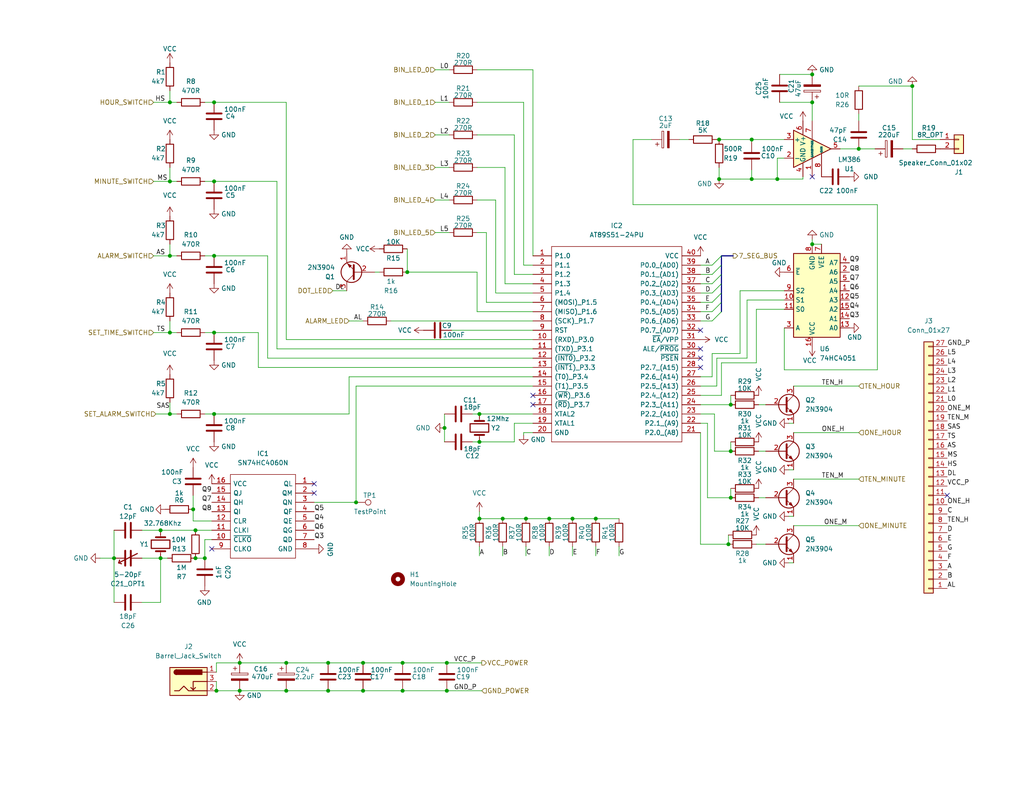
<source format=kicad_sch>
(kicad_sch (version 20211123) (generator eeschema)
  (paper "USLetter")
  (title_block (title "Military Time Clock") (date "2022-12-11") (rev "v1.0") (company "JDC"))
  (junction (at 46.355 27.94))
  (junction (at 58.42 90.805))
  (junction (at 221.615 20.32))
  (junction (at 58.42 113.03))
  (junction (at 46.355 69.85))
  (junction (at 109.855 188.595))
  (junction (at 196.215 38.1))
  (junction (at 99.06 180.975))
  (junction (at 65.405 188.595))
  (junction (at 46.355 113.03))
  (junction (at 31.115 152.4))
  (junction (at 97.155 137.16))
  (junction (at 89.535 188.595))
  (junction (at 78.105 188.595))
  (junction (at 199.39 110.49))
  (junction (at 205.105 48.895))
  (junction (at 53.34 144.78))
  (junction (at 121.92 188.595))
  (junction (at 58.42 27.94))
  (junction (at 199.39 123.19))
  (junction (at 78.105 180.975))
  (junction (at 65.405 180.975))
  (junction (at 137.16 141.605))
  (junction (at 221.615 27.94))
  (junction (at 248.92 23.495))
  (junction (at 121.92 180.975))
  (junction (at 59.055 188.595))
  (junction (at 89.535 180.975))
  (junction (at 149.86 141.605))
  (junction (at 156.21 141.605))
  (junction (at 130.81 113.03))
  (junction (at 196.215 48.895))
  (junction (at 205.105 38.1))
  (junction (at 143.51 141.605))
  (junction (at 58.42 49.53))
  (junction (at 199.39 135.89))
  (junction (at 53.34 152.4))
  (junction (at 43.815 152.4))
  (junction (at 162.56 141.605))
  (junction (at 198.755 148.59))
  (junction (at 109.855 180.975))
  (junction (at 46.355 49.53))
  (junction (at 212.09 48.895))
  (junction (at 58.42 69.85))
  (junction (at 52.705 139.065))
  (junction (at 234.315 40.64))
  (junction (at 55.88 152.4))
  (junction (at 46.355 90.805))
  (junction (at 99.06 188.595))
  (junction (at 111.125 74.295))
  (junction (at 121.285 116.84))
  (junction (at 43.815 144.78))
  (junction (at 130.81 141.605))
  (junction (at 221.615 66.675))
  (junction (at 130.81 120.65))
  (no_connect (at 85.725 134.62))
  (no_connect (at 145.415 107.95))
  (no_connect (at 57.785 149.86))
  (no_connect (at 191.135 97.79))
  (no_connect (at 191.135 95.25))
  (no_connect (at 221.615 48.26))
  (no_connect (at 145.415 110.49))
  (no_connect (at 191.135 90.17))
  (no_connect (at 85.725 132.08))
  (no_connect (at 191.135 100.33))
  (no_connect (at 258.445 135.255))
  (bus_entry (at 194.31 87.63) (size 2.54 -2.54))
  (bus_entry (at 194.31 72.39) (size 2.54 -2.54))
  (bus_entry (at 194.31 80.01) (size 2.54 -2.54))
  (bus_entry (at 194.31 85.09) (size 2.54 -2.54))
  (bus_entry (at 194.31 77.47) (size 2.54 -2.54))
  (bus_entry (at 194.31 74.93) (size 2.54 -2.54))
  (bus_entry (at 194.31 82.55) (size 2.54 -2.54))
  (wire (pts (xy 191.135 115.57) (xy 193.04 115.57)))
  (wire (pts (xy 132.715 63.5) (xy 132.715 82.55)))
  (wire (pts (xy 195.58 105.41) (xy 195.58 97.79)))
  (wire (pts (xy 203.835 97.79) (xy 203.835 81.915)))
  (wire (pts (xy 137.16 141.605) (xy 143.51 141.605)))
  (wire (pts (xy 78.105 180.975) (xy 89.535 180.975)))
  (wire (pts (xy 97.155 105.41) (xy 97.155 137.16)))
  (wire (pts (xy 65.405 180.975) (xy 78.105 180.975)))
  (wire (pts (xy 212.725 20.32) (xy 221.615 20.32)))
  (wire (pts (xy 248.92 23.495) (xy 234.315 23.495)))
  (wire (pts (xy 106.68 87.63) (xy 145.415 87.63)))
  (wire (pts (xy 58.42 113.03) (xy 95.25 113.03)))
  (wire (pts (xy 191.135 72.39) (xy 194.31 72.39)))
  (wire (pts (xy 130.175 54.61) (xy 135.255 54.61)))
  (wire (pts (xy 103.505 74.295) (xy 102.235 74.295)))
  (wire (pts (xy 46.355 49.53) (xy 48.26 49.53)))
  (wire (pts (xy 205.105 38.1) (xy 213.995 38.1)))
  (wire (pts (xy 137.795 45.72) (xy 137.795 77.47)))
  (wire (pts (xy 52.705 135.255) (xy 52.705 139.065)))
  (wire (pts (xy 130.175 36.83) (xy 140.335 36.83)))
  (wire (pts (xy 118.745 63.5) (xy 122.555 63.5)))
  (wire (pts (xy 52.705 142.24) (xy 57.785 142.24)))
  (wire (pts (xy 206.375 148.59) (xy 208.915 148.59)))
  (wire (pts (xy 199.39 123.19) (xy 199.39 120.65)))
  (wire (pts (xy 59.055 180.975) (xy 65.405 180.975)))
  (wire (pts (xy 121.92 180.975) (xy 131.445 180.975)))
  (wire (pts (xy 140.335 36.83) (xy 140.335 74.93)))
  (wire (pts (xy 59.055 188.595) (xy 65.405 188.595)))
  (wire (pts (xy 199.39 123.19) (xy 194.945 123.19)))
  (wire (pts (xy 195.58 38.1) (xy 196.215 38.1)))
  (wire (pts (xy 99.06 180.975) (xy 109.855 180.975)))
  (wire (pts (xy 142.875 27.94) (xy 142.875 72.39)))
  (wire (pts (xy 145.415 80.01) (xy 135.255 80.01)))
  (wire (pts (xy 191.135 107.95) (xy 196.85 107.95)))
  (wire (pts (xy 168.91 149.225) (xy 168.91 151.765)))
  (wire (pts (xy 196.215 38.1) (xy 205.105 38.1)))
  (wire (pts (xy 109.855 180.975) (xy 121.92 180.975)))
  (wire (pts (xy 213.995 89.535) (xy 213.995 100.965)))
  (wire (pts (xy 111.125 67.945) (xy 111.125 74.295)))
  (wire (pts (xy 162.56 149.225) (xy 162.56 151.765)))
  (wire (pts (xy 191.135 77.47) (xy 194.31 77.47)))
  (wire (pts (xy 97.155 137.16) (xy 85.725 137.16)))
  (wire (pts (xy 215.265 153.67) (xy 216.535 153.67)))
  (wire (pts (xy 172.72 38.1) (xy 177.8 38.1)))
  (wire (pts (xy 132.715 82.55) (xy 145.415 82.55)))
  (wire (pts (xy 191.135 74.93) (xy 194.31 74.93)))
  (wire (pts (xy 132.715 63.5) (xy 130.175 63.5)))
  (wire (pts (xy 191.135 148.59) (xy 198.755 148.59)))
  (wire (pts (xy 221.615 27.94) (xy 221.615 33.02)))
  (wire (pts (xy 246.38 40.64) (xy 248.92 40.64)))
  (wire (pts (xy 201.93 96.52) (xy 201.93 79.375)))
  (wire (pts (xy 59.055 183.515) (xy 59.055 180.975)))
  (wire (pts (xy 191.135 85.09) (xy 194.31 85.09)))
  (wire (pts (xy 90.805 79.375) (xy 94.615 79.375)))
  (wire (pts (xy 191.135 110.49) (xy 199.39 110.49)))
  (wire (pts (xy 185.42 38.1) (xy 187.96 38.1)))
  (wire (pts (xy 206.375 99.06) (xy 206.375 84.455)))
  (wire (pts (xy 43.815 164.465) (xy 38.735 164.465)))
  (wire (pts (xy 121.92 188.595) (xy 131.445 188.595)))
  (wire (pts (xy 130.81 120.65) (xy 140.335 120.65)))
  (wire (pts (xy 130.175 74.295) (xy 111.125 74.295)))
  (wire (pts (xy 130.81 149.225) (xy 130.81 151.765)))
  (wire (pts (xy 46.355 90.805) (xy 48.26 90.805)))
  (wire (pts (xy 41.91 90.805) (xy 46.355 90.805)))
  (wire (pts (xy 75.565 95.25) (xy 75.565 49.53)))
  (wire (pts (xy 130.175 45.72) (xy 137.795 45.72)))
  (wire (pts (xy 55.88 147.32) (xy 57.785 147.32)))
  (wire (pts (xy 58.42 69.85) (xy 73.025 69.85)))
  (wire (pts (xy 43.815 152.4) (xy 43.815 164.465)))
  (wire (pts (xy 55.88 90.805) (xy 58.42 90.805)))
  (wire (pts (xy 213.995 43.18) (xy 212.09 43.18)))
  (wire (pts (xy 140.335 115.57) (xy 140.335 120.65)))
  (wire (pts (xy 73.025 97.79) (xy 73.025 69.85)))
  (wire (pts (xy 46.355 24.765) (xy 46.355 27.94)))
  (wire (pts (xy 46.355 45.72) (xy 46.355 49.53)))
  (wire (pts (xy 201.93 79.375) (xy 213.995 79.375)))
  (wire (pts (xy 193.04 135.89) (xy 199.39 135.89)))
  (wire (pts (xy 128.905 113.03) (xy 130.81 113.03)))
  (wire (pts (xy 109.855 188.595) (xy 121.92 188.595)))
  (wire (pts (xy 234.315 40.64) (xy 229.235 40.64)))
  (wire (pts (xy 143.51 141.605) (xy 149.86 141.605)))
  (wire (pts (xy 53.34 152.4) (xy 55.88 152.4)))
  (wire (pts (xy 234.315 40.64) (xy 238.76 40.64)))
  (wire (pts (xy 45.72 152.4) (xy 43.815 152.4)))
  (wire (pts (xy 46.355 69.85) (xy 48.26 69.85)))
  (wire (pts (xy 130.175 85.09) (xy 130.175 74.295)))
  (wire (pts (xy 198.755 146.05) (xy 198.755 148.59)))
  (wire (pts (xy 123.19 90.17) (xy 145.415 90.17)))
  (wire (pts (xy 213.995 100.965) (xy 239.395 100.965)))
  (wire (pts (xy 121.285 113.03) (xy 121.285 116.84)))
  (bus (pts (xy 196.85 72.39) (xy 196.85 74.93)))
  (wire (pts (xy 41.91 49.53) (xy 46.355 49.53)))
  (wire (pts (xy 75.565 95.25) (xy 145.415 95.25)))
  (wire (pts (xy 196.215 45.72) (xy 196.215 48.895)))
  (wire (pts (xy 239.395 100.965) (xy 239.395 55.88)))
  (wire (pts (xy 216.535 130.81) (xy 234.315 130.81)))
  (wire (pts (xy 78.105 92.71) (xy 145.415 92.71)))
  (wire (pts (xy 137.16 149.225) (xy 137.16 151.765)))
  (wire (pts (xy 46.355 109.855) (xy 46.355 113.03)))
  (wire (pts (xy 196.85 99.06) (xy 206.375 99.06)))
  (wire (pts (xy 207.01 110.49) (xy 208.915 110.49)))
  (wire (pts (xy 191.135 102.87) (xy 194.31 102.87)))
  (wire (pts (xy 89.535 180.975) (xy 99.06 180.975)))
  (wire (pts (xy 145.415 77.47) (xy 137.795 77.47)))
  (wire (pts (xy 212.09 43.18) (xy 212.09 48.895)))
  (wire (pts (xy 130.175 19.05) (xy 145.415 19.05)))
  (wire (pts (xy 191.135 113.03) (xy 194.945 113.03)))
  (wire (pts (xy 194.945 123.19) (xy 194.945 113.03)))
  (wire (pts (xy 95.25 87.63) (xy 99.06 87.63)))
  (wire (pts (xy 215.265 128.27) (xy 216.535 128.27)))
  (wire (pts (xy 248.92 38.1) (xy 256.54 38.1)))
  (wire (pts (xy 118.745 45.72) (xy 122.555 45.72)))
  (wire (pts (xy 156.21 149.225) (xy 156.21 151.765)))
  (wire (pts (xy 212.725 27.94) (xy 221.615 27.94)))
  (bus (pts (xy 196.85 69.85) (xy 200.025 69.85)))
  (wire (pts (xy 99.06 188.595) (xy 109.855 188.595)))
  (wire (pts (xy 31.115 152.4) (xy 31.115 164.465)))
  (wire (pts (xy 55.88 27.94) (xy 58.42 27.94)))
  (wire (pts (xy 73.025 97.79) (xy 145.415 97.79)))
  (wire (pts (xy 206.375 84.455) (xy 213.995 84.455)))
  (wire (pts (xy 216.535 143.51) (xy 234.315 143.51)))
  (wire (pts (xy 130.81 113.03) (xy 145.415 113.03)))
  (wire (pts (xy 58.42 49.53) (xy 75.565 49.53)))
  (wire (pts (xy 130.81 139.7) (xy 130.81 141.605)))
  (wire (pts (xy 121.285 116.84) (xy 121.285 120.65)))
  (wire (pts (xy 97.155 105.41) (xy 145.415 105.41)))
  (wire (pts (xy 162.56 141.605) (xy 168.91 141.605)))
  (wire (pts (xy 143.51 149.225) (xy 143.51 151.765)))
  (wire (pts (xy 42.545 113.03) (xy 46.355 113.03)))
  (wire (pts (xy 191.135 118.11) (xy 191.135 148.59)))
  (wire (pts (xy 118.745 54.61) (xy 122.555 54.61)))
  (wire (pts (xy 38.735 152.4) (xy 43.815 152.4)))
  (wire (pts (xy 195.58 97.79) (xy 203.835 97.79)))
  (wire (pts (xy 145.415 19.05) (xy 145.415 69.85)))
  (wire (pts (xy 239.395 55.88) (xy 172.72 55.88)))
  (wire (pts (xy 196.215 48.895) (xy 205.105 48.895)))
  (wire (pts (xy 55.88 49.53) (xy 58.42 49.53)))
  (wire (pts (xy 65.405 188.595) (xy 78.105 188.595)))
  (wire (pts (xy 58.42 90.805) (xy 70.485 90.805)))
  (wire (pts (xy 128.905 120.65) (xy 130.81 120.65)))
  (wire (pts (xy 207.01 123.19) (xy 208.915 123.19)))
  (wire (pts (xy 27.305 152.4) (xy 31.115 152.4)))
  (wire (pts (xy 95.25 113.03) (xy 95.25 102.87)))
  (wire (pts (xy 221.615 65.405) (xy 221.615 66.675)))
  (wire (pts (xy 95.25 102.87) (xy 145.415 102.87)))
  (wire (pts (xy 57.785 144.78) (xy 53.34 144.78)))
  (wire (pts (xy 55.88 69.85) (xy 58.42 69.85)))
  (wire (pts (xy 215.265 140.97) (xy 216.535 140.97)))
  (wire (pts (xy 52.705 139.065) (xy 52.705 142.24)))
  (wire (pts (xy 41.91 69.85) (xy 46.355 69.85)))
  (wire (pts (xy 78.105 188.595) (xy 89.535 188.595)))
  (wire (pts (xy 145.415 115.57) (xy 140.335 115.57)))
  (bus (pts (xy 196.85 74.93) (xy 196.85 77.47)))
  (wire (pts (xy 219.075 48.895) (xy 219.075 48.26)))
  (wire (pts (xy 55.88 113.03) (xy 58.42 113.03)))
  (wire (pts (xy 58.42 27.94) (xy 78.105 27.94)))
  (wire (pts (xy 118.745 36.83) (xy 122.555 36.83)))
  (wire (pts (xy 145.415 85.09) (xy 130.175 85.09)))
  (bus (pts (xy 196.85 69.85) (xy 196.85 72.39)))
  (wire (pts (xy 55.88 152.4) (xy 55.88 147.32)))
  (wire (pts (xy 216.535 105.41) (xy 234.315 105.41)))
  (wire (pts (xy 53.34 144.78) (xy 43.815 144.78)))
  (wire (pts (xy 215.265 115.57) (xy 216.535 115.57)))
  (bus (pts (xy 196.85 77.47) (xy 196.85 80.01)))
  (wire (pts (xy 142.875 118.11) (xy 145.415 118.11)))
  (wire (pts (xy 130.175 27.94) (xy 142.875 27.94)))
  (wire (pts (xy 130.81 141.605) (xy 137.16 141.605)))
  (wire (pts (xy 59.055 186.055) (xy 59.055 188.595)))
  (wire (pts (xy 191.135 105.41) (xy 195.58 105.41)))
  (wire (pts (xy 46.355 27.94) (xy 48.26 27.94)))
  (wire (pts (xy 248.92 38.1) (xy 248.92 23.495)))
  (wire (pts (xy 135.255 54.61) (xy 135.255 80.01)))
  (wire (pts (xy 203.835 81.915) (xy 213.995 81.915)))
  (wire (pts (xy 191.135 82.55) (xy 194.31 82.55)))
  (wire (pts (xy 89.535 188.595) (xy 99.06 188.595)))
  (bus (pts (xy 196.85 82.55) (xy 196.85 85.09)))
  (wire (pts (xy 216.535 118.11) (xy 234.315 118.11)))
  (wire (pts (xy 156.21 141.605) (xy 162.56 141.605)))
  (wire (pts (xy 122.555 27.94) (xy 118.745 27.94)))
  (wire (pts (xy 234.315 33.02) (xy 234.315 31.115)))
  (wire (pts (xy 207.01 135.89) (xy 208.915 135.89)))
  (wire (pts (xy 212.09 48.895) (xy 219.075 48.895)))
  (bus (pts (xy 196.85 80.01) (xy 196.85 82.55)))
  (wire (pts (xy 194.31 102.87) (xy 194.31 96.52)))
  (wire (pts (xy 41.91 27.94) (xy 46.355 27.94)))
  (wire (pts (xy 78.105 92.71) (xy 78.105 27.94)))
  (wire (pts (xy 145.415 74.93) (xy 140.335 74.93)))
  (wire (pts (xy 43.815 144.78) (xy 38.735 144.78)))
  (wire (pts (xy 199.39 107.95) (xy 199.39 110.49)))
  (wire (pts (xy 194.31 96.52) (xy 201.93 96.52)))
  (wire (pts (xy 191.135 80.01) (xy 194.31 80.01)))
  (wire (pts (xy 205.105 38.1) (xy 205.105 38.735)))
  (wire (pts (xy 193.04 115.57) (xy 193.04 135.89)))
  (wire (pts (xy 149.86 141.605) (xy 156.21 141.605)))
  (wire (pts (xy 149.86 149.225) (xy 149.86 151.765)))
  (wire (pts (xy 205.105 46.355) (xy 205.105 48.895)))
  (wire (pts (xy 221.615 66.675) (xy 224.155 66.675)))
  (wire (pts (xy 70.485 100.33) (xy 70.485 90.805)))
  (wire (pts (xy 70.485 100.33) (xy 145.415 100.33)))
  (wire (pts (xy 191.135 87.63) (xy 194.31 87.63)))
  (wire (pts (xy 46.355 66.675) (xy 46.355 69.85)))
  (wire (pts (xy 142.875 118.745) (xy 142.875 118.11)))
  (wire (pts (xy 172.72 55.88) (xy 172.72 38.1)))
  (wire (pts (xy 46.355 113.03) (xy 48.26 113.03)))
  (wire (pts (xy 31.115 144.78) (xy 31.115 152.4)))
  (wire (pts (xy 199.39 133.35) (xy 199.39 135.89)))
  (wire (pts (xy 196.85 107.95) (xy 196.85 99.06)))
  (wire (pts (xy 118.745 19.05) (xy 122.555 19.05)))
  (wire (pts (xy 205.105 48.895) (xy 212.09 48.895)))
  (wire (pts (xy 142.875 72.39) (xy 145.415 72.39)))
  (wire (pts (xy 46.355 87.63) (xy 46.355 90.805)))
  (label "E" (at 156.21 151.765 0))
  (label "A" (at 192.405 72.39 0))
  (label "C" (at 192.405 77.47 0))
  (label "B" (at 258.445 158.115 0))
  (label "Q7" (at 57.785 137.16 180))
  (label "SAS" (at 46.355 111.76 180))
  (label "AS" (at 45.085 69.85 180))
  (label "HS" (at 258.445 127.635 0))
  (label "D" (at 149.86 151.765 0))
  (label "A" (at 258.445 155.575 0))
  (label "Q4" (at 85.725 142.24 0))
  (label "GND_P" (at 123.825 188.595 0))
  (label "TEN_M" (at 224.155 130.81 0))
  (label "Q4" (at 231.775 84.455 0))
  (label "ONE_M" (at 224.79 143.51 0))
  (label "Q3" (at 85.725 147.32 0))
  (label "Q9" (at 231.775 71.755 0))
  (label "L0" (at 120.015 19.05 0))
  (label "MS" (at 258.445 125.095 0))
  (label "Q6" (at 85.725 144.78 0))
  (label "F" (at 192.405 85.09 0))
  (label "DL" (at 93.98 79.375 180))
  (label "E" (at 192.405 82.55 0))
  (label "G" (at 192.405 87.63 0))
  (label "SAS" (at 258.445 117.475 0))
  (label "C" (at 258.445 140.335 0))
  (label "L0" (at 258.445 109.855 0))
  (label "Q8" (at 57.785 139.7 180))
  (label "L2" (at 258.445 104.775 0))
  (label "G" (at 168.91 151.765 0))
  (label "AL" (at 96.52 87.63 0))
  (label "Q6" (at 231.775 79.375 0))
  (label "ONE_H" (at 224.155 118.11 0))
  (label "MS" (at 45.72 49.53 180))
  (label "L1" (at 120.015 27.94 0))
  (label "Q3" (at 231.775 86.995 0))
  (label "L5" (at 120.015 63.5 0))
  (label "L2" (at 120.015 36.83 0))
  (label "L5" (at 258.445 97.155 0))
  (label "C" (at 143.51 151.765 0))
  (label "Q5" (at 231.775 81.915 0))
  (label "HS" (at 45.085 27.94 180))
  (label "TS" (at 45.085 90.805 180))
  (label "Q7" (at 231.775 76.835 0))
  (label "AS" (at 258.445 122.555 0))
  (label "G" (at 258.445 150.495 0))
  (label "Q8" (at 231.775 74.295 0))
  (label "TEN_M" (at 258.445 114.935 0))
  (label "Q5" (at 85.725 139.7 0))
  (label "B" (at 192.405 74.93 0))
  (label "VCC_P" (at 123.825 180.975 0))
  (label "DL" (at 258.445 130.175 0))
  (label "VCC_P" (at 258.445 132.715 0))
  (label "L1" (at 258.445 107.315 0))
  (label "B" (at 137.16 151.765 0))
  (label "Q9" (at 57.785 134.62 180))
  (label "D" (at 258.445 145.415 0))
  (label "TEN_H" (at 258.445 142.875 0))
  (label "TS" (at 258.445 120.015 0))
  (label "GND_P" (at 258.445 94.615 0))
  (label "D" (at 192.405 80.01 0))
  (label "AL" (at 258.445 160.655 0))
  (label "L4" (at 120.015 54.61 0))
  (label "ONE_H" (at 258.445 137.795 0))
  (label "L4" (at 258.445 99.695 0))
  (label "L3" (at 258.445 102.235 0))
  (label "F" (at 258.445 153.035 0))
  (label "L3" (at 120.015 45.72 0))
  (label "TEN_H" (at 224.155 105.41 0))
  (label "E" (at 258.445 147.955 0))
  (label "ONE_M" (at 258.445 112.395 0))
  (label "F" (at 162.56 151.765 0))
  (label "A" (at 130.81 151.765 0))
  (hierarchical_label "BIN_LED_3" (shape input) (at 118.745 45.72 180))
  (hierarchical_label "BIN_LED_4" (shape input) (at 118.745 54.61 180))
  (hierarchical_label "ALARM_SWITCH" (shape input) (at 41.91 69.85 180))
  (hierarchical_label "BIN_LED_1" (shape input) (at 118.745 27.94 180))
  (hierarchical_label "BIN_LED_5" (shape input) (at 118.745 63.5 180))
  (hierarchical_label "VCC_POWER" (shape output) (at 131.445 180.975 0))
  (hierarchical_label "BIN_LED_2" (shape input) (at 118.745 36.83 180))
  (hierarchical_label "SET_ALARM_SWITCH" (shape input) (at 42.545 113.03 180))
  (hierarchical_label "GND_POWER" (shape input) (at 131.445 188.595 0))
  (hierarchical_label "DOT_LED" (shape input) (at 90.805 79.375 180))
  (hierarchical_label "MINUTE_SWITCH" (shape input) (at 41.91 49.53 180))
  (hierarchical_label "HOUR_SWITCH" (shape input) (at 41.91 27.94 180))
  (hierarchical_label "ONE_HOUR" (shape input) (at 234.315 118.11 0))
  (hierarchical_label "SET_TIME_SWITCH" (shape input) (at 41.91 90.805 180))
  (hierarchical_label "TEN_MINUTE" (shape input) (at 234.315 130.81 0))
  (hierarchical_label "TEN_HOUR" (shape input) (at 234.315 105.41 0))
  (hierarchical_label "7_SEG_BUS" (shape output) (at 200.025 69.85 0))
  (hierarchical_label "ALARM_LED" (shape input) (at 95.25 87.63 180))
  (hierarchical_label "BIN_LED_0" (shape input) (at 118.745 19.05 180))
  (hierarchical_label "ONE_MINUTE" (shape input) (at 234.315 143.51 0))
  (symbol (lib_id "power:VCC") (at 57.785 132.08 0) (mirror y) (unit 1)
    (property "Reference" "#PWR09" (effects hide))
    (property "Value" "VCC" (at 57.785 127 0))
  )
  (symbol (lib_id "Device:R") (at 126.365 45.72 90) (unit 1)
    (property "Reference" "R23" (at 126.365 41.91 90))
    (property "Value" "270R" (at 126.365 43.815 90))
    (property "Footprint" "Resistor_THT:R_Axial_DIN0207_L6.3mm_D2.5mm_P10.16mm_Horizontal" (effects hide))
  )
  (symbol (lib_id "power:GND") (at 45.085 139.065 270) (unit 1)
    (property "Reference" "#PWR02" (effects hide))
    (property "Value" "GND" (at 38.1 139.065 90) (effects (justify left)))
  )
  (symbol (lib_id "Device:Crystal") (at 43.815 148.59 270) (mirror x) (unit 1)
    (property "Reference" "Y1" (at 40.64 148.59 90) (effects (justify right)))
    (property "Value" "32.768Khz" (at 49.53 142.875 90) (effects (justify right)))
    (property "Footprint" "Crystal:Crystal_C38-LF_D3.0mm_L8.0mm_Horizontal" (effects hide))
  )
  (symbol (lib_id "power:GND") (at 221.615 20.32 180) (unit 1)
    (property "Reference" "#PWR0104" (effects hide))
    (property "Value" "GND" (at 223.52 19.0499 0) (effects (justify right)))
  )
  (symbol (lib_id "power:VCC") (at 207.01 133.35 0) (unit 1)
    (property "Reference" "#PWR031" (effects hide))
    (property "Value" "VCC" (at 207.01 129.54 90) (effects (justify left)))
  )
  (symbol (lib_id "Device:R") (at 203.2 120.65 90) (unit 1)
    (property "Reference" "R31" (at 203.2 116.84 90))
    (property "Value" "10K" (at 203.2 118.745 90))
    (property "Footprint" "Resistor_THT:R_Axial_DIN0207_L6.3mm_D2.5mm_P7.62mm_Horizontal" (effects hide))
  )
  (symbol (lib_id "Device:C") (at 58.42 31.75 0) (unit 1)
    (property "Reference" "C4" (at 62.865 31.75 0))
    (property "Value" "100nF" (at 64.135 29.845 0))
    (property "Footprint" "Capacitor_THT:C_Disc_D4.3mm_W1.9mm_P5.00mm" (effects hide))
  )
  (symbol (lib_id "power:GND") (at 58.42 98.425 0) (unit 1)
    (property "Reference" "#PWR013" (effects hide))
    (property "Value" "GND" (at 60.325 99.6949 0) (effects (justify left)))
  )
  (symbol (lib_id "power:VCC") (at 46.355 17.145 0) (unit 1)
    (property "Reference" "#PWR03" (effects hide))
    (property "Value" "VCC" (at 46.355 13.335 0))
  )
  (symbol (lib_id "Device:R") (at 46.355 62.865 180) (unit 1)
    (property "Reference" "R3" (at 42.545 61.595 0) (effects (justify right)))
    (property "Value" "4k7" (at 41.275 64.135 0) (effects (justify right)))
    (property "Footprint" "Resistor_THT:R_Axial_DIN0207_L6.3mm_D2.5mm_P7.62mm_Horizontal" (effects hide))
  )
  (symbol (lib_id "power:GND") (at 94.615 69.215 180) (unit 1)
    (property "Reference" "#PWR016" (effects hide))
    (property "Value" "GND" (at 94.615 64.77 0))
  )
  (symbol (lib_id "Device:R") (at 46.355 106.045 180) (unit 1)
    (property "Reference" "R5" (at 42.545 104.775 0) (effects (justify right)))
    (property "Value" "4k7" (at 41.275 107.315 0) (effects (justify right)))
    (property "Footprint" "Resistor_THT:R_Axial_DIN0207_L6.3mm_D2.5mm_P7.62mm_Horizontal" (effects hide))
  )
  (symbol (lib_id "Device:C") (at 205.105 42.545 0) (unit 1)
    (property "Reference" "C10" (at 209.55 42.545 0))
    (property "Value" "100nF" (at 210.82 40.64 0))
    (property "Footprint" "Capacitor_THT:C_Disc_D4.3mm_W1.9mm_P5.00mm" (effects hide))
  )
  (symbol (lib_id "Device:R") (at 191.77 38.1 270) (mirror x) (unit 1)
    (property "Reference" "R18" (at 191.77 33.655 90))
    (property "Value" "5K" (at 191.77 35.56 90))
    (property "Footprint" "Resistor_THT:R_Axial_DIN0207_L6.3mm_D2.5mm_P7.62mm_Horizontal" (effects hide))
  )
  (symbol (lib_id "Device:R") (at 52.07 90.805 90) (unit 1)
    (property "Reference" "R11" (at 52.07 85.09 90))
    (property "Value" "470R" (at 52.07 87.63 90))
    (property "Footprint" "Resistor_THT:R_Axial_DIN0207_L6.3mm_D2.5mm_P7.62mm_Horizontal" (effects hide))
  )
  (symbol (lib_id "power:GND") (at 58.42 120.65 0) (unit 1)
    (property "Reference" "#PWR014" (effects hide))
    (property "Value" "GND" (at 60.325 121.9199 0) (effects (justify left)))
  )
  (symbol (lib_id "Device:C") (at 55.88 156.21 0) (mirror x) (unit 1)
    (property "Reference" "C20" (at 62.23 156.21 90))
    (property "Value" "1nF" (at 59.69 156.21 90))
    (property "Footprint" "Capacitor_THT:C_Disc_D4.3mm_W1.9mm_P5.00mm" (effects hide))
  )
  (symbol (lib_id "Device:R") (at 126.365 54.61 90) (unit 1)
    (property "Reference" "R24" (at 126.365 50.8 90))
    (property "Value" "270R" (at 126.365 52.705 90))
    (property "Footprint" "Resistor_THT:R_Axial_DIN0207_L6.3mm_D2.5mm_P10.16mm_Horizontal" (effects hide))
  )
  (symbol (lib_id "power:GND") (at 215.265 115.57 270) (unit 1)
    (property "Reference" "#PWR032" (effects hide))
    (property "Value" "GND" (at 212.09 115.57 90) (effects (justify right)))
  )
  (symbol (lib_id "Device:R") (at 52.07 69.85 90) (unit 1)
    (property "Reference" "R10" (at 52.07 64.135 90))
    (property "Value" "470R" (at 52.07 66.675 90))
    (property "Footprint" "Resistor_THT:R_Axial_DIN0207_L6.3mm_D2.5mm_P7.62mm_Horizontal" (effects hide))
  )
  (symbol (lib_id "Device:C_Polarized") (at 242.57 40.64 90) (unit 1)
    (property "Reference" "C15" (at 242.57 34.925 90))
    (property "Value" "220uF" (at 242.57 36.83 90))
    (property "Footprint" "Capacitor_THT:CP_Radial_D10.0mm_P5.00mm_P7.50mm" (effects hide))
  )
  (symbol (lib_id "power:GND") (at 85.725 149.86 90) (mirror x) (unit 1)
    (property "Reference" "#PWR015" (effects hide))
    (property "Value" "GND" (at 90.17 147.955 0) (effects (justify left)))
  )
  (symbol (lib_id "Connector_Generic:Conn_01x27") (at 253.365 127.635 180) (unit 1)
    (property "Reference" "J3" (at 253.365 87.63 0))
    (property "Value" "Conn_01x27" (at 253.365 90.17 0))
    (property "Footprint" "Connector_PinHeader_2.54mm:PinHeader_1x27_P2.54mm_Vertical" (effects hide))
  )
  (symbol (lib_id "Device:C_Polarized") (at 181.61 38.1 90) (unit 1)
    (property "Reference" "C13" (at 181.61 32.385 90))
    (property "Value" "2uF" (at 181.61 34.29 90))
    (property "Footprint" "Capacitor_THT:CP_Radial_D5.0mm_P2.00mm" (effects hide))
  )
  (symbol (lib_id "Device:C_Variable") (at 34.925 152.4 90) (mirror x) (unit 1)
    (property "Reference" "C21_OPT1" (at 34.925 159.385 90))
    (property "Value" "5-20pF" (at 34.925 156.845 90))
    (property "Footprint" "Capacitor_THT:C_Rect_L10.0mm_W5.0mm_P5.00mm_P7.50mm" (effects hide))
  )
  (symbol (lib_id "Device:C") (at 34.925 164.465 270) (unit 1)
    (property "Reference" "C26" (at 34.925 170.815 90))
    (property "Value" "18pF" (at 34.925 168.275 90))
    (property "Footprint" "Capacitor_THT:C_Disc_D4.3mm_W1.9mm_P5.00mm" (effects hide))
  )
  (symbol (lib_id "Device:C") (at 58.42 116.84 0) (unit 1)
    (property "Reference" "C8" (at 62.865 116.84 0))
    (property "Value" "100nF" (at 64.135 114.935 0))
    (property "Footprint" "Capacitor_THT:C_Disc_D4.3mm_W1.9mm_P5.00mm" (effects hide))
  )
  (symbol (lib_id "Device:R") (at 126.365 36.83 90) (unit 1)
    (property "Reference" "R22" (at 126.365 33.02 90))
    (property "Value" "270R" (at 126.365 34.925 90))
    (property "Footprint" "Resistor_THT:R_Axial_DIN0207_L6.3mm_D2.5mm_P10.16mm_Horizontal" (effects hide))
  )
  (symbol (lib_id "power:VCC") (at 52.705 127.635 0) (unit 1)
    (property "Reference" "#PWR08" (effects hide))
    (property "Value" "VCC" (at 52.705 122.555 0))
  )
  (symbol (lib_id "Device:R") (at 46.355 20.955 180) (unit 1)
    (property "Reference" "R1" (at 42.545 19.685 0) (effects (justify right)))
    (property "Value" "4k7" (at 41.275 22.225 0) (effects (justify right)))
    (property "Footprint" "Resistor_THT:R_Axial_DIN0207_L6.3mm_D2.5mm_P7.62mm_Horizontal" (effects hide))
  )
  (symbol (lib_id "power:VCC") (at 115.57 90.17 90) (mirror x) (unit 1)
    (property "Reference" "#PWR018" (effects hide))
    (property "Value" "VCC" (at 110.49 90.17 90))
  )
  (symbol (lib_id "Device:R") (at 107.315 67.945 90) (mirror x) (unit 1)
    (property "Reference" "R15" (at 107.315 70.485 90))
    (property "Value" "10K" (at 107.315 66.04 90))
    (property "Footprint" "Resistor_THT:R_Axial_DIN0207_L6.3mm_D2.5mm_P7.62mm_Horizontal" (effects hide))
  )
  (symbol (lib_id "power:GND") (at 215.265 140.97 270) (unit 1)
    (property "Reference" "#PWR034" (effects hide))
    (property "Value" "GND" (at 212.09 140.97 90) (effects (justify right)))
  )
  (symbol (lib_id "Device:C") (at 119.38 90.17 90) (mirror x) (unit 1)
    (property "Reference" "C9" (at 121.92 88.9 90))
    (property "Value" "100nF" (at 123.825 91.44 90))
    (property "Footprint" "Capacitor_THT:C_Disc_D4.3mm_W1.9mm_P5.00mm" (effects hide))
  )
  (symbol (lib_id "Device:R") (at 52.07 113.03 90) (unit 1)
    (property "Reference" "R12" (at 52.07 107.315 90))
    (property "Value" "470R" (at 52.07 109.855 90))
    (property "Footprint" "Resistor_THT:R_Axial_DIN0207_L6.3mm_D2.5mm_P7.62mm_Horizontal" (effects hide))
  )
  (symbol (lib_id "power:GND") (at 58.42 35.56 0) (unit 1)
    (property "Reference" "#PWR010" (effects hide))
    (property "Value" "GND" (at 60.325 36.8299 0) (effects (justify left)))
  )
  (symbol (lib_id "power:VCC") (at 219.075 33.02 0) (unit 1)
    (property "Reference" "#PWR020" (effects hide))
    (property "Value" "VCC" (at 216.535 31.7501 0) (effects (justify right)))
  )
  (symbol (lib_id "Device:C") (at 125.095 120.65 270) (unit 1)
    (property "Reference" "C12" (at 128.905 124.46 90))
    (property "Value" "18pF" (at 128.905 122.555 90))
    (property "Footprint" "Capacitor_THT:C_Disc_D3.0mm_W1.6mm_P2.50mm" (effects hide))
  )
  (symbol (lib_id "Transistor_BJT:2N3904") (at 213.995 123.19 0) (unit 1)
    (property "Reference" "Q3" (at 219.71 121.9199 0) (effects (justify left)))
    (property "Value" "2N3904" (at 219.71 124.4599 0) (effects (justify left)))
    (property "Footprint" "Package_TO_SOT_THT:TO-92_Wide" (effects hide))
    (property "Datasheet" "https://www.onsemi.com/pub/Collateral/2N3903-D.PDF" (effects hide))
  )
  (symbol (lib_id "Device:R") (at 202.565 148.59 90) (unit 1)
    (property "Reference" "R28" (at 202.565 151.13 90))
    (property "Value" "1k" (at 202.565 153.035 90))
    (property "Footprint" "Resistor_THT:R_Axial_DIN0207_L6.3mm_D2.5mm_P7.62mm_Horizontal" (effects hide))
  )
  (symbol (lib_id "Device:C") (at 58.42 53.34 0) (unit 1)
    (property "Reference" "C5" (at 62.865 53.34 0))
    (property "Value" "100nF" (at 64.135 51.435 0))
    (property "Footprint" "Capacitor_THT:C_Disc_D4.3mm_W1.9mm_P5.00mm" (effects hide))
  )
  (symbol (lib_id "Device:R") (at 156.21 145.415 180) (unit 1)
    (property "Reference" "R39" (at 152.4 145.415 90))
    (property "Value" "100R" (at 154.305 145.415 90))
    (property "Footprint" "Resistor_THT:R_Axial_DIN0207_L6.3mm_D2.5mm_P7.62mm_Horizontal" (effects hide))
  )
  (symbol (lib_id "Device:C") (at 227.965 48.26 270) (unit 1)
    (property "Reference" "C22" (at 225.425 52.07 90))
    (property "Value" "100nF" (at 231.14 52.07 90))
    (property "Footprint" "Capacitor_THT:C_Disc_D4.3mm_W1.9mm_P5.00mm" (effects hide))
  )
  (symbol (lib_id "Device:C") (at 52.705 131.445 0) (mirror y) (unit 1)
    (property "Reference" "C3" (at 48.26 131.445 0))
    (property "Value" "100nF" (at 46.99 128.905 0))
    (property "Footprint" "Capacitor_THT:C_Disc_D4.3mm_W1.9mm_P5.00mm" (effects hide))
  )
  (symbol (lib_id "Device:R") (at 126.365 19.05 90) (unit 1)
    (property "Reference" "R20" (at 126.365 15.24 90))
    (property "Value" "270R" (at 126.365 17.145 90))
    (property "Footprint" "Resistor_THT:R_Axial_DIN0207_L6.3mm_D2.5mm_P10.16mm_Horizontal" (effects hide))
  )
  (symbol (lib_id "Device:R") (at 126.365 63.5 90) (unit 1)
    (property "Reference" "R25" (at 126.365 59.69 90))
    (property "Value" "270R" (at 126.365 61.595 90))
    (property "Footprint" "Resistor_THT:R_Axial_DIN0207_L6.3mm_D2.5mm_P10.16mm_Horizontal" (effects hide))
  )
  (symbol (lib_id "Device:C") (at 99.06 184.785 0) (unit 1)
    (property "Reference" "C17" (at 102.87 184.785 0))
    (property "Value" "100nF" (at 104.14 182.88 0))
    (property "Footprint" "Capacitor_THT:C_Disc_D4.3mm_W1.9mm_P5.00mm" (effects hide))
  )
  (symbol (lib_id "Transistor_BJT:2N3904") (at 213.995 135.89 0) (unit 1)
    (property "Reference" "Q4" (at 219.71 134.6199 0) (effects (justify left)))
    (property "Value" "2N3904" (at 219.71 137.1599 0) (effects (justify left)))
    (property "Footprint" "Package_TO_SOT_THT:TO-92_Wide" (effects hide))
    (property "Datasheet" "https://www.onsemi.com/pub/Collateral/2N3903-D.PDF" (effects hide))
  )
  (symbol (lib_id "power:GND") (at 215.265 153.67 270) (unit 1)
    (property "Reference" "#PWR035" (effects hide))
    (property "Value" "GND" (at 212.09 153.67 90) (effects (justify right)))
  )
  (symbol (lib_id "Device:R") (at 203.2 123.19 90) (unit 1)
    (property "Reference" "R32" (at 203.2 125.73 90))
    (property "Value" "1k" (at 203.2 127.635 90))
    (property "Footprint" "Resistor_THT:R_Axial_DIN0207_L6.3mm_D2.5mm_P7.62mm_Horizontal" (effects hide))
  )
  (symbol (lib_id "Connector:TestPoint") (at 97.155 137.16 270) (unit 1)
    (property "Reference" "TP1" (at 99.06 135.255 90) (effects (justify left)))
    (property "Value" "TestPoint" (at 96.52 139.7 90) (effects (justify left)))
    (property "Footprint" "Connector_PinHeader_2.54mm:PinHeader_1x01_P2.54mm_Vertical" (effects hide))
  )
  (symbol (lib_id "Device:C") (at 212.725 24.13 180) (unit 1)
    (property "Reference" "C25" (at 207.01 24.13 90))
    (property "Value" "100nF" (at 208.915 24.13 90))
    (property "Footprint" "Capacitor_THT:C_Disc_D4.3mm_W1.9mm_P5.00mm" (effects hide))
  )
  (symbol (lib_id "Device:R") (at 102.87 87.63 90) (unit 1)
    (property "Reference" "R14" (at 102.87 83.82 90))
    (property "Value" "270R" (at 102.87 85.725 90))
    (property "Footprint" "Resistor_THT:R_Axial_DIN0207_L6.3mm_D2.5mm_P7.62mm_Horizontal" (effects hide))
  )
  (symbol (lib_id "Device:R") (at 53.34 148.59 180) (unit 1)
    (property "Reference" "R13" (at 50.8 149.8601 0) (effects (justify left)))
    (property "Value" "10M" (at 50.8 147.3201 0) (effects (justify left)))
    (property "Footprint" "Resistor_THT:R_Axial_DIN0207_L6.3mm_D2.5mm_P7.62mm_Horizontal" (effects hide))
  )
  (symbol (lib_id "Device:R") (at 137.16 145.415 180) (unit 1)
    (property "Reference" "R36" (at 133.35 145.415 90))
    (property "Value" "100R" (at 135.255 145.415 90))
    (property "Footprint" "Resistor_THT:R_Axial_DIN0207_L6.3mm_D2.5mm_P7.62mm_Horizontal" (effects hide))
  )
  (symbol (lib_id "Amplifier_Audio:LM386") (at 221.615 40.64 0) (unit 1)
    (property "Reference" "U1" (at 231.775 46.1012 0))
    (property "Value" "LM386" (at 231.775 43.5612 0))
    (property "Footprint" "Package_DIP:DIP-8_W7.62mm_LongPads" (effects hide))
    (property "Datasheet" "http://www.ti.com/lit/ds/symlink/lm386.pdf" (effects hide))
  )
  (symbol (lib_id "Device:C_Polarized") (at 78.105 184.785 0) (unit 1)
    (property "Reference" "C24" (at 82.55 182.88 0))
    (property "Value" "2.2uF" (at 83.185 184.785 0))
    (property "Footprint" "Capacitor_THT:CP_Radial_D5.0mm_P2.00mm" (effects hide))
  )
  (symbol (lib_id "power:VCC") (at 191.135 69.85 0) (unit 1)
    (property "Reference" "#PWR024" (effects hide))
    (property "Value" "VCC" (at 191.135 64.77 0))
  )
  (symbol (lib_id "power:GND") (at 231.775 89.535 90) (unit 1)
    (property "Reference" "#PWR0103" (effects hide))
    (property "Value" "GND" (at 231.14 92.075 90) (effects (justify right)))
  )
  (symbol (lib_id "Device:R") (at 107.315 74.295 270) (unit 1)
    (property "Reference" "R16" (at 106.68 79.375 90))
    (property "Value" "1k" (at 106.68 76.835 90))
    (property "Footprint" "Resistor_THT:R_Axial_DIN0207_L6.3mm_D2.5mm_P7.62mm_Horizontal" (effects hide))
  )
  (symbol (lib_id "power:VCC") (at 191.135 92.71 270) (unit 1)
    (property "Reference" "#PWR025" (effects hide))
    (property "Value" "VCC" (at 194.945 92.71 90) (effects (justify left)))
  )
  (symbol (lib_id "power:GND") (at 196.215 48.895 0) (unit 1)
    (property "Reference" "#PWR022" (effects hide))
    (property "Value" "GND" (at 194.31 50.1651 0) (effects (justify right)))
  )
  (symbol (lib_id "SN74HC4060N:SN74HC4060N") (at 85.725 132.08 0) (mirror y) (unit 1)
    (property "Reference" "IC1" (at 71.755 123.825 0))
    (property "Value" "SN74HC4060N" (at 71.755 126.365 0))
    (property "Footprint" "Package_DIP:DIP-16_W7.62mm_LongPads" (effects hide))
    (property "Datasheet" "http://componentsearchengine.com/Datasheets/1/SN74HC4060N.pdf" (effects hide))
    (property "Description" "14-Stage Asynchronous Binary Counters And Oscillators" (effects hide))
    (property "Height" "5.08" (effects hide))
    (property "Manufacturer_Name" "Texas Instruments" (effects hide))
    (property "Manufacturer_Part_Number" "SN74HC4060N" (effects hide))
    (property "Mouser Part Number" "595-SN74HC4060N" (effects hide))
    (property "Mouser Price/Stock" "https://www.mouser.co.uk/ProductDetail/Texas-Instruments/SN74HC4060N?qs=rgxfVHSNRPVCjSvESVw8Ng%3D%3D" (effects hide))
    (property "Arrow Part Number" "SN74HC4060N" (effects hide))
    (property "Arrow Price/Stock" "https://www.arrow.com/en/products/sn74hc4060n/texas-instruments" (effects hide))
  )
  (symbol (lib_id "Device:R") (at 234.315 27.305 180) (unit 1)
    (property "Reference" "R26" (at 231.775 28.5751 0) (effects (justify left)))
    (property "Value" "10R" (at 231.775 26.0351 0) (effects (justify left)))
    (property "Footprint" "Resistor_THT:R_Axial_DIN0207_L6.3mm_D2.5mm_P7.62mm_Horizontal" (effects hide))
  )
  (symbol (lib_id "Device:R") (at 252.73 40.64 270) (unit 1)
    (property "Reference" "R19" (at 251.46 34.925 90) (effects (justify left)))
    (property "Value" "8R_OPT" (at 250.19 36.83 90) (effects (justify left)))
    (property "Footprint" "Resistor_THT:R_Axial_DIN0414_L11.9mm_D4.5mm_P15.24mm_Horizontal" (effects hide))
  )
  (symbol (lib_id "power:GND") (at 55.88 160.02 0) (mirror y) (unit 1)
    (property "Reference" "#PWR038" (effects hide))
    (property "Value" "GND" (at 57.785 164.465 0) (effects (justify left)))
  )
  (symbol (lib_id "power:VCC") (at 207.01 120.65 0) (unit 1)
    (property "Reference" "#PWR030" (effects hide))
    (property "Value" "VCC" (at 207.01 116.84 90) (effects (justify left)))
  )
  (symbol (lib_id "power:VCC") (at 65.405 180.975 0) (unit 1)
    (property "Reference" "#PWR026" (effects hide))
    (property "Value" "VCC" (at 65.405 175.895 0))
  )
  (symbol (lib_id "Connector_Generic:Conn_01x02") (at 261.62 38.1 0) (unit 1)
    (property "Reference" "J1" (at 261.62 46.99 0))
    (property "Value" "Speaker_Conn_01x02" (at 255.27 44.45 0))
    (property "Footprint" "Connector_Molex:Molex_KK-254_AE-6410-02A_1x02_P2.54mm_Vertical" (effects hide))
  )
  (symbol (lib_id "Device:R") (at 162.56 145.415 180) (unit 1)
    (property "Reference" "R40" (at 158.75 145.415 90))
    (property "Value" "100R" (at 160.655 145.415 90))
    (property "Footprint" "Resistor_THT:R_Axial_DIN0207_L6.3mm_D2.5mm_P7.62mm_Horizontal" (effects hide))
  )
  (symbol (lib_id "power:VCC") (at 221.615 94.615 180) (unit 1)
    (property "Reference" "#PWR0102" (effects hide))
    (property "Value" "VCC" (at 222.885 98.425 0) (effects (justify left)))
  )
  (symbol (lib_id "Transistor_BJT:2N3904") (at 97.155 74.295 180) (unit 1)
    (property "Reference" "Q1" (at 91.44 75.5651 0) (effects (justify left)))
    (property "Value" "2N3904" (at 91.44 73.0251 0) (effects (justify left)))
    (property "Footprint" "Package_TO_SOT_THT:TO-92_Wide" (effects hide))
    (property "Datasheet" "https://www.onsemi.com/pub/Collateral/2N3903-D.PDF" (effects hide))
  )
  (symbol (lib_id "power:GND") (at 231.775 48.26 90) (unit 1)
    (property "Reference" "#PWR040" (effects hide))
    (property "Value" "GND" (at 235.585 48.2599 90) (effects (justify right)))
  )
  (symbol (lib_id "power:VCC") (at 206.375 146.05 0) (unit 1)
    (property "Reference" "#PWR028" (effects hide))
    (property "Value" "VCC" (at 206.375 142.24 90) (effects (justify left)))
  )
  (symbol (lib_id "Device:R") (at 143.51 145.415 180) (unit 1)
    (property "Reference" "R37" (at 139.7 145.415 90))
    (property "Value" "100R" (at 141.605 145.415 90))
    (property "Footprint" "Resistor_THT:R_Axial_DIN0207_L6.3mm_D2.5mm_P7.62mm_Horizontal" (effects hide))
  )
  (symbol (lib_id "power:VCC") (at 46.355 102.235 0) (unit 1)
    (property "Reference" "#PWR07" (effects hide))
    (property "Value" "VCC" (at 46.355 96.52 0))
  )
  (symbol (lib_id "Device:C") (at 58.42 73.66 0) (unit 1)
    (property "Reference" "C6" (at 62.865 73.66 0))
    (property "Value" "100nF" (at 64.135 71.755 0))
    (property "Footprint" "Capacitor_THT:C_Disc_D4.3mm_W1.9mm_P5.00mm" (effects hide))
  )
  (symbol (lib_id "Device:R") (at 52.07 27.94 90) (unit 1)
    (property "Reference" "R8" (at 52.07 22.225 90))
    (property "Value" "470R" (at 52.07 24.765 90))
    (property "Footprint" "Resistor_THT:R_Axial_DIN0207_L6.3mm_D2.5mm_P7.62mm_Horizontal" (effects hide))
  )
  (symbol (lib_id "power:VCC") (at 130.81 139.7 0) (unit 1)
    (property "Reference" "#PWR036" (effects hide))
    (property "Value" "VCC" (at 130.81 134.62 0))
  )
  (symbol (lib_id "Device:R") (at 126.365 27.94 90) (unit 1)
    (property "Reference" "R21" (at 126.365 24.13 90))
    (property "Value" "270R" (at 126.365 26.035 90))
    (property "Footprint" "Resistor_THT:R_Axial_DIN0207_L6.3mm_D2.5mm_P10.16mm_Horizontal" (effects hide))
  )
  (symbol (lib_id "Device:R") (at 130.81 145.415 180) (unit 1)
    (property "Reference" "R35" (at 127 145.415 90))
    (property "Value" "100R" (at 128.905 145.415 90))
    (property "Footprint" "Resistor_THT:R_Axial_DIN0207_L6.3mm_D2.5mm_P7.62mm_Horizontal" (effects hide))
  )
  (symbol (lib_id "power:VCC") (at 46.355 59.055 0) (unit 1)
    (property "Reference" "#PWR05" (effects hide))
    (property "Value" "VCC" (at 46.355 53.34 0))
  )
  (symbol (lib_id "power:GND") (at 121.285 116.84 270) (unit 1)
    (property "Reference" "#PWR019" (effects hide))
    (property "Value" "GND" (at 117.475 116.8399 90) (effects (justify right)))
  )
  (symbol (lib_id "power:VCC") (at 46.355 80.01 0) (unit 1)
    (property "Reference" "#PWR06" (effects hide))
    (property "Value" "VCC" (at 46.355 74.93 0))
  )
  (symbol (lib_id "Device:C") (at 121.92 184.785 0) (unit 1)
    (property "Reference" "C19" (at 126.365 184.785 0))
    (property "Value" "100nF" (at 127.635 182.88 0))
    (property "Footprint" "Capacitor_THT:C_Disc_D4.3mm_W1.9mm_P5.00mm" (effects hide))
  )
  (symbol (lib_id "power:GND") (at 65.405 188.595 0) (unit 1)
    (property "Reference" "#PWR027" (effects hide))
    (property "Value" "GND" (at 67.31 189.8649 0) (effects (justify left)))
  )
  (symbol (lib_id "Device:C") (at 34.925 144.78 90) (unit 1)
    (property "Reference" "C1" (at 34.925 138.43 90))
    (property "Value" "12pF" (at 34.925 140.97 90))
    (property "Footprint" "Capacitor_THT:C_Disc_D3.0mm_W1.6mm_P2.50mm" (effects hide))
  )
  (symbol (lib_id "74xx:74HC4051") (at 221.615 81.915 0) (mirror x) (unit 1)
    (property "Reference" "U6" (at 223.6344 95.25 0) (effects (justify left)))
    (property "Value" "74HC4051" (at 223.6344 97.79 0) (effects (justify left)))
    (property "Footprint" "Package_DIP:DIP-16_W7.62mm_Socket_LongPads" (effects hide))
    (property "Datasheet" "http://www.ti.com/lit/ds/symlink/cd74hc4051.pdf" (effects hide))
  )
  (symbol (lib_id "Device:R") (at 52.07 49.53 270) (mirror x) (unit 1)
    (property "Reference" "R9" (at 52.07 43.815 90))
    (property "Value" "470R" (at 52.07 46.355 90))
    (property "Footprint" "Resistor_THT:R_Axial_DIN0207_L6.3mm_D2.5mm_P7.62mm_Horizontal" (effects hide))
  )
  (symbol (lib_id "power:GND") (at 221.615 65.405 180) (unit 1)
    (property "Reference" "#PWR0101" (effects hide))
    (property "Value" "GND" (at 223.52 64.1349 0) (effects (justify right)))
  )
  (symbol (lib_id "Device:C") (at 58.42 94.615 0) (unit 1)
    (property "Reference" "C7" (at 62.865 94.615 0))
    (property "Value" "100nF" (at 64.135 92.71 0))
    (property "Footprint" "Capacitor_THT:C_Disc_D4.3mm_W1.9mm_P5.00mm" (effects hide))
  )
  (symbol (lib_id "Device:C") (at 89.535 184.785 0) (unit 1)
    (property "Reference" "C23" (at 93.98 184.785 0))
    (property "Value" "100nF" (at 95.25 182.88 0))
    (property "Footprint" "Capacitor_THT:C_Disc_D4.3mm_W1.9mm_P5.00mm" (effects hide))
  )
  (symbol (lib_id "Device:R") (at 149.86 145.415 180) (unit 1)
    (property "Reference" "R38" (at 146.05 145.415 90))
    (property "Value" "100R" (at 147.955 145.415 90))
    (property "Footprint" "Resistor_THT:R_Axial_DIN0207_L6.3mm_D2.5mm_P7.62mm_Horizontal" (effects hide))
  )
  (symbol (lib_id "power:GND") (at 58.42 77.47 0) (unit 1)
    (property "Reference" "#PWR012" (effects hide))
    (property "Value" "GND" (at 60.325 78.7399 0) (effects (justify left)))
  )
  (symbol (lib_id "Transistor_BJT:2N3904") (at 213.995 148.59 0) (unit 1)
    (property "Reference" "Q5" (at 219.71 147.3199 0) (effects (justify left)))
    (property "Value" "2N3904" (at 219.71 149.8599 0) (effects (justify left)))
    (property "Footprint" "Package_TO_SOT_THT:TO-92_Wide" (effects hide))
    (property "Datasheet" "https://www.onsemi.com/pub/Collateral/2N3903-D.PDF" (effects hide))
  )
  (symbol (lib_id "Device:R") (at 46.355 41.91 180) (unit 1)
    (property "Reference" "R2" (at 42.545 40.64 0) (effects (justify right)))
    (property "Value" "4k7" (at 41.275 43.18 0) (effects (justify right)))
    (property "Footprint" "Resistor_THT:R_Axial_DIN0207_L6.3mm_D2.5mm_P7.62mm_Horizontal" (effects hide))
  )
  (symbol (lib_id "Device:R") (at 48.895 139.065 270) (unit 1)
    (property "Reference" "R6" (at 48.895 136.525 90))
    (property "Value" "1k" (at 48.895 134.62 90))
    (property "Footprint" "Resistor_THT:R_Axial_DIN0207_L6.3mm_D2.5mm_P7.62mm_Horizontal" (effects hide))
  )
  (symbol (lib_id "power:GND") (at 142.875 118.745 0) (unit 1)
    (property "Reference" "#PWR022" (effects hide))
    (property "Value" "GND" (at 144.78 120.0149 0) (effects (justify left)))
  )
  (symbol (lib_id "Device:R") (at 168.91 145.415 180) (unit 1)
    (property "Reference" "R41" (at 165.1 145.415 90))
    (property "Value" "100R" (at 167.005 145.415 90))
    (property "Footprint" "Resistor_THT:R_Axial_DIN0207_L6.3mm_D2.5mm_P7.62mm_Horizontal" (effects hide))
  )
  (symbol (lib_id "power:GND") (at 58.42 57.15 0) (unit 1)
    (property "Reference" "#PWR011" (effects hide))
    (property "Value" "GND" (at 60.325 58.4199 0) (effects (justify left)))
  )
  (symbol (lib_id "Transistor_BJT:2N3904") (at 213.995 110.49 0) (unit 1)
    (property "Reference" "Q2" (at 219.71 109.2199 0) (effects (justify left)))
    (property "Value" "2N3904" (at 219.71 111.7599 0) (effects (justify left)))
    (property "Footprint" "Package_TO_SOT_THT:TO-92_Wide" (effects hide))
    (property "Datasheet" "https://www.onsemi.com/pub/Collateral/2N3903-D.PDF" (effects hide))
  )
  (symbol (lib_id "Device:R") (at 203.2 107.95 90) (unit 1)
    (property "Reference" "R29" (at 203.2 104.14 90))
    (property "Value" "10K" (at 203.2 106.045 90))
    (property "Footprint" "Resistor_THT:R_Axial_DIN0207_L6.3mm_D2.5mm_P7.62mm_Horizontal" (effects hide))
  )
  (symbol (lib_id "power:GND") (at 27.305 152.4 270) (mirror x) (unit 1)
    (property "Reference" "#PWR01" (effects hide))
    (property "Value" "GND" (at 24.13 152.3999 90) (effects (justify right)))
  )
  (symbol (lib_id "Device:C_Polarized") (at 221.615 24.13 180) (unit 1)
    (property "Reference" "C21" (at 215.9 23.495 90))
    (property "Value" "47uF" (at 217.805 24.13 90))
    (property "Footprint" "Capacitor_THT:CP_Radial_D5.0mm_P2.00mm" (effects hide))
  )
  (symbol (lib_id "Device:R") (at 203.2 135.89 90) (unit 1)
    (property "Reference" "R34" (at 203.2 138.43 90))
    (property "Value" "1k" (at 203.2 140.335 90))
    (property "Footprint" "Resistor_THT:R_Axial_DIN0207_L6.3mm_D2.5mm_P7.62mm_Horizontal" (effects hide))
  )
  (symbol (lib_id "Device:R") (at 203.2 133.35 90) (unit 1)
    (property "Reference" "R33" (at 203.2 129.54 90))
    (property "Value" "10K" (at 203.2 131.445 90))
    (property "Footprint" "Resistor_THT:R_Axial_DIN0207_L6.3mm_D2.5mm_P7.62mm_Horizontal" (effects hide))
  )
  (symbol (lib_id "power:GND") (at 248.92 23.495 180) (unit 1)
    (property "Reference" "#PWR023" (effects hide))
    (property "Value" "GND" (at 246.38 22.2251 0) (effects (justify left)))
  )
  (symbol (lib_id "Device:C") (at 125.095 113.03 90) (unit 1)
    (property "Reference" "C11" (at 128.27 109.22 90))
    (property "Value" "18pF" (at 128.905 111.125 90))
    (property "Footprint" "Capacitor_THT:C_Disc_D3.0mm_W1.6mm_P2.50mm" (effects hide))
  )
  (symbol (lib_id "power:VCC") (at 207.01 107.95 0) (unit 1)
    (property "Reference" "#PWR029" (effects hide))
    (property "Value" "VCC" (at 207.01 104.14 90) (effects (justify left)))
  )
  (symbol (lib_id "Mechanical:MountingHole") (at 108.585 158.115 0) (unit 1)
    (property "Reference" "H1" (at 111.76 156.8449 0) (effects (justify left)))
    (property "Value" "MountingHole" (at 111.76 159.3849 0) (effects (justify left)))
    (property "Footprint" "MountingHole:MountingHole_3.2mm_M3" (effects hide))
  )
  (symbol (lib_id "Device:R") (at 202.565 146.05 90) (unit 1)
    (property "Reference" "R27" (at 202.565 142.24 90))
    (property "Value" "10K" (at 202.565 144.145 90))
    (property "Footprint" "Resistor_THT:R_Axial_DIN0207_L6.3mm_D2.5mm_P7.62mm_Horizontal" (effects hide))
  )
  (symbol (lib_id "Device:C") (at 109.855 184.785 0) (unit 1)
    (property "Reference" "C18" (at 114.3 184.785 0))
    (property "Value" "100nF" (at 115.57 182.88 0))
    (property "Footprint" "Capacitor_THT:C_Disc_D4.3mm_W1.9mm_P5.00mm" (effects hide))
  )
  (symbol (lib_id "Connector:Barrel_Jack_Switch") (at 51.435 186.055 0) (unit 1)
    (property "Reference" "J2" (at 51.435 176.53 0))
    (property "Value" "Barrel_Jack_Switch" (at 51.435 179.07 0))
    (property "Footprint" "Connector_BarrelJack:BarrelJack_Horizontal" (effects hide))
  )
  (symbol (lib_id "Device:C") (at 234.315 36.83 180) (unit 1)
    (property "Reference" "C14" (at 231.14 38.1001 0) (effects (justify left)))
    (property "Value" "47pF" (at 231.14 35.5601 0) (effects (justify left)))
    (property "Footprint" "Capacitor_THT:C_Disc_D3.0mm_W2.0mm_P2.50mm" (effects hide))
  )
  (symbol (lib_id "Device:R") (at 49.53 152.4 90) (unit 1)
    (property "Reference" "R7" (at 49.53 157.48 90))
    (property "Value" "1M" (at 49.53 154.94 90))
    (property "Footprint" "Resistor_THT:R_Axial_DIN0207_L6.3mm_D2.5mm_P7.62mm_Horizontal" (effects hide))
  )
  (symbol (lib_id "AT89S51-33PU:AT89S51-33PU") (at 145.415 69.85 0) (unit 1)
    (property "Reference" "IC2" (at 168.275 61.595 0))
    (property "Value" "AT89S51-24PU" (at 168.275 64.135 0))
    (property "Footprint" "AT89S51-33PU:DIP1556W56P254L5232H483Q40N" (effects hide))
    (property "Datasheet" "https://ww1.microchip.com/downloads/en/devicedoc/doc2487.pdf" (effects hide))
    (property "Description" "8-bit Microcontroller with 4K Bytes In-System Programmable Flash" (effects hide))
    (property "Height" "4.826" (effects hide))
    (property "Manufacturer_Name" "Microchip" (effects hide))
    (property "Manufacturer_Part_Number" "AT89S51-33PU" (effects hide))
  )
  (symbol (lib_id "Device:R") (at 46.355 83.82 180) (unit 1)
    (property "Reference" "R4" (at 42.545 82.55 0) (effects (justify right)))
    (property "Value" "4k7" (at 41.275 85.09 0) (effects (justify right)))
    (property "Footprint" "Resistor_THT:R_Axial_DIN0207_L6.3mm_D2.5mm_P7.62mm_Horizontal" (effects hide))
  )
  (symbol (lib_id "Device:R") (at 196.215 41.91 180) (unit 1)
    (property "Reference" "R19" (at 201.295 43.18 0) (effects (justify left)))
    (property "Value" "500R" (at 202.565 40.64 0) (effects (justify left)))
    (property "Footprint" "Resistor_THT:R_Axial_DIN0207_L6.3mm_D2.5mm_P7.62mm_Horizontal" (effects hide))
  )
  (symbol (lib_id "power:GND") (at 215.265 128.27 270) (unit 1)
    (property "Reference" "#PWR033" (effects hide))
    (property "Value" "GND" (at 212.09 128.27 90) (effects (justify right)))
  )
  (symbol (lib_id "power:GND") (at 213.995 74.295 270) (unit 1)
    (property "Reference" "#PWR039" (effects hide))
    (property "Value" "GND" (at 214.63 71.755 90) (effects (justify right)))
  )
  (symbol (lib_id "Device:Crystal") (at 130.81 116.84 90) (unit 1)
    (property "Reference" "Y2" (at 133.985 116.84 90) (effects (justify right)))
    (property "Value" "12Mhz" (at 132.715 114.3 90) (effects (justify right)))
    (property "Footprint" "Crystal:Crystal_HC49-U_Vertical" (effects hide))
  )
  (symbol (lib_id "Device:R") (at 203.2 110.49 90) (unit 1)
    (property "Reference" "R30" (at 203.2 113.03 90))
    (property "Value" "1k" (at 203.2 114.935 90))
    (property "Footprint" "Resistor_THT:R_Axial_DIN0207_L6.3mm_D2.5mm_P7.62mm_Horizontal" (effects hide))
  )
  (symbol (lib_id "Device:C_Polarized") (at 65.405 184.785 0) (unit 1)
    (property "Reference" "C16" (at 69.215 182.6259 0) (effects (justify left)))
    (property "Value" "470uF" (at 68.58 184.785 0) (effects (justify left)))
    (property "Footprint" "Capacitor_THT:CP_Radial_D10.0mm_P5.00mm_P7.50mm" (effects hide))
  )
  (symbol (lib_id "power:VCC") (at 103.505 67.945 90) (mirror x) (unit 1)
    (property "Reference" "#PWR017" (effects hide))
    (property "Value" "VCC" (at 100.965 67.945 90) (effects (justify left)))
  )
  (symbol (lib_id "power:VCC") (at 46.355 38.1 0) (unit 1)
    (property "Reference" "#PWR04" (effects hide))
    (property "Value" "VCC" (at 46.355 33.02 0))
  )
)
</source>
